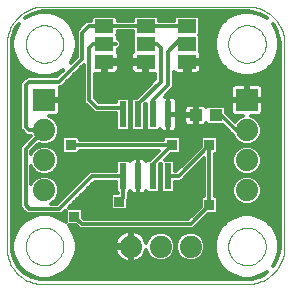
<source format=gbl>
G75*
G70*
%OFA0B0*%
%FSLAX24Y24*%
%IPPOS*%
%LPD*%
%AMOC8*
5,1,8,0,0,1.08239X$1,22.5*
%
%ADD10C,0.0000*%
%ADD11R,0.0740X0.0740*%
%ADD12C,0.0740*%
%ADD13R,0.0240X0.0870*%
%ADD14R,0.0433X0.0394*%
%ADD15R,0.0630X0.0460*%
%ADD16C,0.0120*%
%ADD17R,0.0356X0.0356*%
D10*
X000536Y001785D02*
X000534Y001719D01*
X000536Y001653D01*
X000542Y001587D01*
X000551Y001521D01*
X000564Y001456D01*
X000581Y001391D01*
X000601Y001328D01*
X000625Y001266D01*
X000652Y001206D01*
X000683Y001147D01*
X000717Y001089D01*
X000754Y001034D01*
X000794Y000981D01*
X000837Y000931D01*
X000882Y000882D01*
X000931Y000837D01*
X000981Y000794D01*
X001034Y000754D01*
X001089Y000717D01*
X001147Y000683D01*
X001206Y000652D01*
X001266Y000625D01*
X001328Y000601D01*
X001391Y000581D01*
X001456Y000564D01*
X001521Y000551D01*
X001587Y000542D01*
X001653Y000536D01*
X001719Y000534D01*
X001785Y000536D01*
X001785Y000535D02*
X008535Y000535D01*
X008603Y000537D01*
X008670Y000542D01*
X008737Y000551D01*
X008804Y000564D01*
X008869Y000581D01*
X008934Y000600D01*
X008998Y000624D01*
X009060Y000651D01*
X009121Y000681D01*
X009179Y000714D01*
X009236Y000750D01*
X009291Y000790D01*
X009344Y000832D01*
X009395Y000878D01*
X009442Y000925D01*
X009488Y000976D01*
X009530Y001029D01*
X009570Y001084D01*
X009606Y001141D01*
X009639Y001199D01*
X009669Y001260D01*
X009696Y001322D01*
X009720Y001386D01*
X009739Y001451D01*
X009756Y001516D01*
X009769Y001583D01*
X009778Y001650D01*
X009783Y001717D01*
X009785Y001785D01*
X009785Y008535D01*
X009783Y008603D01*
X009778Y008670D01*
X009769Y008737D01*
X009756Y008804D01*
X009739Y008869D01*
X009720Y008934D01*
X009696Y008998D01*
X009669Y009060D01*
X009639Y009121D01*
X009606Y009179D01*
X009570Y009236D01*
X009530Y009291D01*
X009488Y009344D01*
X009442Y009395D01*
X009395Y009442D01*
X009344Y009488D01*
X009291Y009530D01*
X009236Y009570D01*
X009179Y009606D01*
X009121Y009639D01*
X009060Y009669D01*
X008998Y009696D01*
X008934Y009720D01*
X008869Y009739D01*
X008804Y009756D01*
X008737Y009769D01*
X008670Y009778D01*
X008603Y009783D01*
X008535Y009785D01*
X001785Y009785D01*
X001160Y008535D02*
X001162Y008585D01*
X001168Y008634D01*
X001178Y008683D01*
X001191Y008730D01*
X001209Y008777D01*
X001230Y008822D01*
X001254Y008865D01*
X001282Y008906D01*
X001313Y008945D01*
X001347Y008981D01*
X001384Y009015D01*
X001424Y009045D01*
X001465Y009072D01*
X001509Y009096D01*
X001554Y009116D01*
X001601Y009132D01*
X001649Y009145D01*
X001698Y009154D01*
X001748Y009159D01*
X001797Y009160D01*
X001847Y009157D01*
X001896Y009150D01*
X001945Y009139D01*
X001992Y009125D01*
X002038Y009106D01*
X002083Y009084D01*
X002126Y009059D01*
X002166Y009030D01*
X002204Y008998D01*
X002240Y008964D01*
X002273Y008926D01*
X002302Y008886D01*
X002328Y008844D01*
X002351Y008800D01*
X002370Y008754D01*
X002386Y008707D01*
X002398Y008658D01*
X002406Y008609D01*
X002410Y008560D01*
X002410Y008510D01*
X002406Y008461D01*
X002398Y008412D01*
X002386Y008363D01*
X002370Y008316D01*
X002351Y008270D01*
X002328Y008226D01*
X002302Y008184D01*
X002273Y008144D01*
X002240Y008106D01*
X002204Y008072D01*
X002166Y008040D01*
X002126Y008011D01*
X002083Y007986D01*
X002038Y007964D01*
X001992Y007945D01*
X001945Y007931D01*
X001896Y007920D01*
X001847Y007913D01*
X001797Y007910D01*
X001748Y007911D01*
X001698Y007916D01*
X001649Y007925D01*
X001601Y007938D01*
X001554Y007954D01*
X001509Y007974D01*
X001465Y007998D01*
X001424Y008025D01*
X001384Y008055D01*
X001347Y008089D01*
X001313Y008125D01*
X001282Y008164D01*
X001254Y008205D01*
X001230Y008248D01*
X001209Y008293D01*
X001191Y008340D01*
X001178Y008387D01*
X001168Y008436D01*
X001162Y008485D01*
X001160Y008535D01*
X000535Y008535D02*
X000535Y001785D01*
X001160Y001785D02*
X001162Y001835D01*
X001168Y001884D01*
X001178Y001933D01*
X001191Y001980D01*
X001209Y002027D01*
X001230Y002072D01*
X001254Y002115D01*
X001282Y002156D01*
X001313Y002195D01*
X001347Y002231D01*
X001384Y002265D01*
X001424Y002295D01*
X001465Y002322D01*
X001509Y002346D01*
X001554Y002366D01*
X001601Y002382D01*
X001649Y002395D01*
X001698Y002404D01*
X001748Y002409D01*
X001797Y002410D01*
X001847Y002407D01*
X001896Y002400D01*
X001945Y002389D01*
X001992Y002375D01*
X002038Y002356D01*
X002083Y002334D01*
X002126Y002309D01*
X002166Y002280D01*
X002204Y002248D01*
X002240Y002214D01*
X002273Y002176D01*
X002302Y002136D01*
X002328Y002094D01*
X002351Y002050D01*
X002370Y002004D01*
X002386Y001957D01*
X002398Y001908D01*
X002406Y001859D01*
X002410Y001810D01*
X002410Y001760D01*
X002406Y001711D01*
X002398Y001662D01*
X002386Y001613D01*
X002370Y001566D01*
X002351Y001520D01*
X002328Y001476D01*
X002302Y001434D01*
X002273Y001394D01*
X002240Y001356D01*
X002204Y001322D01*
X002166Y001290D01*
X002126Y001261D01*
X002083Y001236D01*
X002038Y001214D01*
X001992Y001195D01*
X001945Y001181D01*
X001896Y001170D01*
X001847Y001163D01*
X001797Y001160D01*
X001748Y001161D01*
X001698Y001166D01*
X001649Y001175D01*
X001601Y001188D01*
X001554Y001204D01*
X001509Y001224D01*
X001465Y001248D01*
X001424Y001275D01*
X001384Y001305D01*
X001347Y001339D01*
X001313Y001375D01*
X001282Y001414D01*
X001254Y001455D01*
X001230Y001498D01*
X001209Y001543D01*
X001191Y001590D01*
X001178Y001637D01*
X001168Y001686D01*
X001162Y001735D01*
X001160Y001785D01*
X000535Y008535D02*
X000537Y008603D01*
X000542Y008670D01*
X000551Y008737D01*
X000564Y008804D01*
X000581Y008869D01*
X000600Y008934D01*
X000624Y008998D01*
X000651Y009060D01*
X000681Y009121D01*
X000714Y009179D01*
X000750Y009236D01*
X000790Y009291D01*
X000832Y009344D01*
X000878Y009395D01*
X000925Y009442D01*
X000976Y009488D01*
X001029Y009530D01*
X001084Y009570D01*
X001141Y009606D01*
X001199Y009639D01*
X001260Y009669D01*
X001322Y009696D01*
X001386Y009720D01*
X001451Y009739D01*
X001516Y009756D01*
X001583Y009769D01*
X001650Y009778D01*
X001717Y009783D01*
X001785Y009785D01*
X007910Y008535D02*
X007912Y008585D01*
X007918Y008634D01*
X007928Y008683D01*
X007941Y008730D01*
X007959Y008777D01*
X007980Y008822D01*
X008004Y008865D01*
X008032Y008906D01*
X008063Y008945D01*
X008097Y008981D01*
X008134Y009015D01*
X008174Y009045D01*
X008215Y009072D01*
X008259Y009096D01*
X008304Y009116D01*
X008351Y009132D01*
X008399Y009145D01*
X008448Y009154D01*
X008498Y009159D01*
X008547Y009160D01*
X008597Y009157D01*
X008646Y009150D01*
X008695Y009139D01*
X008742Y009125D01*
X008788Y009106D01*
X008833Y009084D01*
X008876Y009059D01*
X008916Y009030D01*
X008954Y008998D01*
X008990Y008964D01*
X009023Y008926D01*
X009052Y008886D01*
X009078Y008844D01*
X009101Y008800D01*
X009120Y008754D01*
X009136Y008707D01*
X009148Y008658D01*
X009156Y008609D01*
X009160Y008560D01*
X009160Y008510D01*
X009156Y008461D01*
X009148Y008412D01*
X009136Y008363D01*
X009120Y008316D01*
X009101Y008270D01*
X009078Y008226D01*
X009052Y008184D01*
X009023Y008144D01*
X008990Y008106D01*
X008954Y008072D01*
X008916Y008040D01*
X008876Y008011D01*
X008833Y007986D01*
X008788Y007964D01*
X008742Y007945D01*
X008695Y007931D01*
X008646Y007920D01*
X008597Y007913D01*
X008547Y007910D01*
X008498Y007911D01*
X008448Y007916D01*
X008399Y007925D01*
X008351Y007938D01*
X008304Y007954D01*
X008259Y007974D01*
X008215Y007998D01*
X008174Y008025D01*
X008134Y008055D01*
X008097Y008089D01*
X008063Y008125D01*
X008032Y008164D01*
X008004Y008205D01*
X007980Y008248D01*
X007959Y008293D01*
X007941Y008340D01*
X007928Y008387D01*
X007918Y008436D01*
X007912Y008485D01*
X007910Y008535D01*
X007910Y001785D02*
X007912Y001835D01*
X007918Y001884D01*
X007928Y001933D01*
X007941Y001980D01*
X007959Y002027D01*
X007980Y002072D01*
X008004Y002115D01*
X008032Y002156D01*
X008063Y002195D01*
X008097Y002231D01*
X008134Y002265D01*
X008174Y002295D01*
X008215Y002322D01*
X008259Y002346D01*
X008304Y002366D01*
X008351Y002382D01*
X008399Y002395D01*
X008448Y002404D01*
X008498Y002409D01*
X008547Y002410D01*
X008597Y002407D01*
X008646Y002400D01*
X008695Y002389D01*
X008742Y002375D01*
X008788Y002356D01*
X008833Y002334D01*
X008876Y002309D01*
X008916Y002280D01*
X008954Y002248D01*
X008990Y002214D01*
X009023Y002176D01*
X009052Y002136D01*
X009078Y002094D01*
X009101Y002050D01*
X009120Y002004D01*
X009136Y001957D01*
X009148Y001908D01*
X009156Y001859D01*
X009160Y001810D01*
X009160Y001760D01*
X009156Y001711D01*
X009148Y001662D01*
X009136Y001613D01*
X009120Y001566D01*
X009101Y001520D01*
X009078Y001476D01*
X009052Y001434D01*
X009023Y001394D01*
X008990Y001356D01*
X008954Y001322D01*
X008916Y001290D01*
X008876Y001261D01*
X008833Y001236D01*
X008788Y001214D01*
X008742Y001195D01*
X008695Y001181D01*
X008646Y001170D01*
X008597Y001163D01*
X008547Y001160D01*
X008498Y001161D01*
X008448Y001166D01*
X008399Y001175D01*
X008351Y001188D01*
X008304Y001204D01*
X008259Y001224D01*
X008215Y001248D01*
X008174Y001275D01*
X008134Y001305D01*
X008097Y001339D01*
X008063Y001375D01*
X008032Y001414D01*
X008004Y001455D01*
X007980Y001498D01*
X007959Y001543D01*
X007941Y001590D01*
X007928Y001637D01*
X007918Y001686D01*
X007912Y001735D01*
X007910Y001785D01*
D11*
X008535Y006660D03*
X001785Y006660D03*
D12*
X001785Y005660D03*
X001785Y004660D03*
X001785Y003660D03*
X004660Y001785D03*
X005660Y001785D03*
X006660Y001785D03*
X008535Y003660D03*
X008535Y004660D03*
X008535Y005660D03*
D13*
X005910Y006190D03*
X005410Y006190D03*
X004910Y006190D03*
X004410Y006190D03*
X004410Y004130D03*
X004910Y004130D03*
X005410Y004130D03*
X005910Y004130D03*
D14*
X006825Y006160D03*
X007495Y006160D03*
D15*
X006535Y007935D03*
X006535Y008535D03*
X006535Y009135D03*
X005160Y009135D03*
X005160Y008535D03*
X005160Y007935D03*
X003785Y007935D03*
X003785Y008535D03*
X003785Y009135D03*
D16*
X001051Y001009D02*
X000995Y001009D01*
X000901Y001103D02*
X000762Y001354D01*
X000697Y001633D01*
X000695Y001764D01*
X000695Y001781D01*
X000698Y001843D01*
X000695Y001846D01*
X000695Y008535D01*
X000708Y008706D01*
X000814Y009030D01*
X000930Y009190D01*
X000790Y008947D01*
X000717Y008676D01*
X000717Y008394D01*
X000790Y008123D01*
X000931Y007879D01*
X001129Y007681D01*
X001373Y007540D01*
X001644Y007467D01*
X001926Y007467D01*
X002197Y007540D01*
X002406Y007661D01*
X002210Y007465D01*
X001210Y007465D01*
X001105Y007360D01*
X000980Y007235D01*
X000980Y005710D01*
X001085Y005605D01*
X001105Y005585D01*
X001210Y005480D01*
X001329Y005480D01*
X001335Y005465D01*
X000980Y005110D01*
X000980Y003085D01*
X001085Y002980D01*
X001210Y002855D01*
X002360Y002855D01*
X002465Y002960D01*
X002487Y002982D01*
X002487Y002593D01*
X002441Y002639D01*
X002197Y002780D01*
X001926Y002853D01*
X001644Y002853D01*
X001373Y002780D01*
X001129Y002639D01*
X000931Y002441D01*
X000790Y002197D01*
X000717Y001926D01*
X000717Y001644D01*
X000790Y001373D01*
X000931Y001129D01*
X001129Y000931D01*
X001373Y000790D01*
X001644Y000717D01*
X001926Y000717D01*
X002197Y000790D01*
X002441Y000931D01*
X002639Y001129D01*
X002780Y001373D01*
X002853Y001644D01*
X002853Y001926D01*
X002780Y002197D01*
X002639Y002441D01*
X002593Y002487D01*
X002829Y002487D01*
X002855Y002460D01*
X002960Y002355D01*
X006735Y002355D01*
X007241Y002862D01*
X007513Y002862D01*
X007583Y002932D01*
X007583Y003388D01*
X007513Y003458D01*
X007465Y003458D01*
X007465Y004862D01*
X007513Y004862D01*
X007583Y004932D01*
X007583Y005388D01*
X007513Y005458D01*
X007057Y005458D01*
X006987Y005388D01*
X006987Y005116D01*
X006180Y004310D01*
X006150Y004310D01*
X006150Y004615D01*
X006080Y004685D01*
X005815Y004685D01*
X005991Y004862D01*
X006263Y004862D01*
X006333Y004932D01*
X006333Y005388D01*
X006263Y005458D01*
X005807Y005458D01*
X005737Y005388D01*
X005737Y005340D01*
X002958Y005340D01*
X002958Y005388D01*
X002888Y005458D01*
X002432Y005458D01*
X002362Y005388D01*
X002362Y004932D01*
X002432Y004862D01*
X002888Y004862D01*
X002958Y004932D01*
X002958Y004980D01*
X005600Y004980D01*
X005305Y004685D01*
X005240Y004685D01*
X005180Y004624D01*
X005179Y004627D01*
X005158Y004663D01*
X005128Y004693D01*
X005092Y004714D01*
X005051Y004725D01*
X004910Y004725D01*
X004910Y004130D01*
X004910Y003410D01*
X005160Y003160D01*
X006035Y003160D01*
X006160Y003035D01*
X006585Y002715D02*
X003110Y002715D01*
X003083Y002741D01*
X003083Y003013D01*
X003013Y003083D01*
X002588Y003083D01*
X003455Y003950D01*
X004170Y003950D01*
X004170Y003645D01*
X004230Y003585D01*
X004230Y003583D01*
X004057Y003583D01*
X003987Y003513D01*
X003987Y003057D01*
X004057Y002987D01*
X004513Y002987D01*
X004583Y003057D01*
X004583Y003329D01*
X004590Y003335D01*
X004590Y003585D01*
X004640Y003636D01*
X004641Y003633D01*
X004662Y003597D01*
X004692Y003567D01*
X004728Y003546D01*
X004769Y003535D01*
X004910Y003535D01*
X005051Y003535D01*
X005092Y003546D01*
X005128Y003567D01*
X005158Y003597D01*
X005179Y003633D01*
X005180Y003636D01*
X005240Y003575D01*
X005580Y003575D01*
X005650Y003645D01*
X005650Y004520D01*
X005670Y004540D01*
X005670Y003645D01*
X005740Y003575D01*
X006080Y003575D01*
X006150Y003645D01*
X006150Y003950D01*
X006330Y003950D01*
X007105Y004725D01*
X007105Y003458D01*
X007057Y003458D01*
X006987Y003388D01*
X006987Y003116D01*
X006585Y002715D01*
X006657Y002787D02*
X003083Y002787D01*
X003083Y002905D02*
X006775Y002905D01*
X006894Y003024D02*
X004549Y003024D01*
X004583Y003142D02*
X006987Y003142D01*
X006987Y003261D02*
X004583Y003261D01*
X004590Y003379D02*
X006987Y003379D01*
X007105Y003498D02*
X004590Y003498D01*
X004621Y003616D02*
X004651Y003616D01*
X004910Y003616D02*
X004910Y003616D01*
X004910Y003535D02*
X004910Y004130D01*
X004910Y004130D01*
X004910Y004725D01*
X004769Y004725D01*
X004728Y004714D01*
X004692Y004693D01*
X004662Y004663D01*
X004641Y004627D01*
X004640Y004624D01*
X004580Y004685D01*
X004240Y004685D01*
X004170Y004615D01*
X004170Y004310D01*
X003305Y004310D01*
X002210Y003215D01*
X001991Y003215D01*
X002063Y003245D01*
X002200Y003382D01*
X002275Y003563D01*
X002275Y003757D01*
X002200Y003938D01*
X002063Y004075D01*
X001882Y004150D01*
X001688Y004150D01*
X001507Y004075D01*
X001370Y003938D01*
X001340Y003866D01*
X001340Y004454D01*
X001370Y004382D01*
X001507Y004245D01*
X001688Y004170D01*
X001882Y004170D01*
X002063Y004245D01*
X002200Y004382D01*
X002275Y004563D01*
X002275Y004757D01*
X002200Y004938D01*
X002063Y005075D01*
X001882Y005150D01*
X001688Y005150D01*
X001507Y005075D01*
X001370Y004938D01*
X001340Y004866D01*
X001340Y004960D01*
X001590Y005210D01*
X001688Y005170D01*
X001882Y005170D01*
X002063Y005245D01*
X002200Y005382D01*
X002275Y005563D01*
X002275Y005757D01*
X002200Y005938D01*
X002063Y006075D01*
X001931Y006130D01*
X002176Y006130D01*
X002217Y006141D01*
X002253Y006162D01*
X002283Y006192D01*
X002304Y006228D01*
X002315Y006269D01*
X002315Y006620D01*
X001825Y006620D01*
X001825Y006700D01*
X002315Y006700D01*
X002315Y007051D01*
X002304Y007092D01*
X002296Y007105D01*
X002360Y007105D01*
X003105Y007850D01*
X003105Y006585D01*
X003355Y006335D01*
X003460Y006230D01*
X004170Y006230D01*
X004170Y005705D01*
X004240Y005635D01*
X004580Y005635D01*
X004650Y005705D01*
X004650Y006675D01*
X004580Y006745D01*
X004240Y006745D01*
X004170Y006675D01*
X004170Y006590D01*
X003610Y006590D01*
X003465Y006735D01*
X003465Y007545D01*
X003730Y007545D01*
X003730Y007880D01*
X003840Y007880D01*
X003840Y007990D01*
X004260Y007990D01*
X004260Y008186D01*
X004249Y008227D01*
X004228Y008263D01*
X004220Y008271D01*
X004220Y008355D01*
X004235Y008355D01*
X004340Y008460D01*
X004340Y008610D01*
X004235Y008715D01*
X004220Y008715D01*
X004220Y008815D01*
X004200Y008835D01*
X004220Y008855D01*
X004220Y008955D01*
X004725Y008955D01*
X004725Y008855D01*
X004745Y008835D01*
X004725Y008815D01*
X004725Y008271D01*
X004717Y008263D01*
X004696Y008227D01*
X004685Y008186D01*
X004685Y007990D01*
X005105Y007990D01*
X005105Y007880D01*
X005215Y007880D01*
X005215Y007545D01*
X005480Y007545D01*
X005480Y007360D01*
X004865Y006745D01*
X004740Y006745D01*
X004670Y006675D01*
X004670Y005705D01*
X004740Y005635D01*
X005080Y005635D01*
X005150Y005705D01*
X005150Y006520D01*
X005170Y006540D01*
X005170Y005705D01*
X005240Y005635D01*
X005580Y005635D01*
X005640Y005696D01*
X005641Y005693D01*
X005662Y005657D01*
X005692Y005627D01*
X005728Y005606D01*
X005769Y005595D01*
X005910Y005595D01*
X006051Y005595D01*
X006092Y005606D01*
X006128Y005627D01*
X006158Y005657D01*
X006179Y005693D01*
X006190Y005734D01*
X006190Y006190D01*
X006190Y006646D01*
X006179Y006687D01*
X006158Y006723D01*
X006128Y006753D01*
X006092Y006774D01*
X006051Y006785D01*
X005910Y006785D01*
X005910Y006190D01*
X005940Y006160D01*
X006825Y006160D01*
X006787Y006198D02*
X006787Y006122D01*
X006449Y006122D01*
X006449Y005942D01*
X006460Y005901D01*
X006481Y005865D01*
X006511Y005835D01*
X006547Y005814D01*
X006588Y005803D01*
X006787Y005803D01*
X006787Y006122D01*
X006864Y006122D01*
X006864Y005803D01*
X007063Y005803D01*
X007104Y005814D01*
X007140Y005835D01*
X007170Y005865D01*
X007183Y005888D01*
X007228Y005843D01*
X007722Y005843D01*
X007980Y005585D01*
X008075Y005491D01*
X008120Y005382D01*
X008257Y005245D01*
X008438Y005170D01*
X008632Y005170D01*
X008813Y005245D01*
X008950Y005382D01*
X009025Y005563D01*
X009025Y005757D01*
X008950Y005938D01*
X008813Y006075D01*
X008681Y006130D01*
X008926Y006130D01*
X008967Y006141D01*
X009003Y006162D01*
X009033Y006192D01*
X009054Y006228D01*
X009065Y006269D01*
X009065Y006620D01*
X008575Y006620D01*
X008575Y006700D01*
X008495Y006700D01*
X008495Y007190D01*
X008144Y007190D01*
X008103Y007179D01*
X008067Y007158D01*
X008037Y007128D01*
X008016Y007092D01*
X008005Y007051D01*
X008005Y006700D01*
X008495Y006700D01*
X008495Y006620D01*
X008005Y006620D01*
X008005Y006269D01*
X008016Y006228D01*
X008037Y006192D01*
X008067Y006162D01*
X008103Y006141D01*
X008144Y006130D01*
X008389Y006130D01*
X008257Y006075D01*
X008128Y005946D01*
X007831Y006243D01*
X007831Y006407D01*
X007761Y006477D01*
X007228Y006477D01*
X007183Y006432D01*
X007170Y006455D01*
X007140Y006485D01*
X007104Y006506D01*
X007063Y006517D01*
X006864Y006517D01*
X006864Y006198D01*
X006787Y006198D01*
X006449Y006198D01*
X006449Y006378D01*
X006460Y006419D01*
X006481Y006455D01*
X006511Y006485D01*
X006547Y006506D01*
X006588Y006517D01*
X006787Y006517D01*
X006787Y006198D01*
X006787Y006223D02*
X006864Y006223D01*
X006864Y006105D02*
X006787Y006105D01*
X006787Y005986D02*
X006864Y005986D01*
X006864Y005868D02*
X006787Y005868D01*
X006479Y005868D02*
X006190Y005868D01*
X006190Y005749D02*
X007816Y005749D01*
X007935Y005631D02*
X006132Y005631D01*
X005910Y005631D02*
X005910Y005631D01*
X005910Y005595D02*
X005910Y006190D01*
X006190Y006190D01*
X005910Y006190D01*
X005910Y006190D01*
X005910Y006190D01*
X005910Y006190D01*
X005910Y006785D01*
X005790Y006785D01*
X005985Y006980D01*
X006090Y007085D01*
X006090Y007610D01*
X006092Y007607D01*
X006122Y007577D01*
X006158Y007556D01*
X006199Y007545D01*
X006480Y007545D01*
X006480Y007880D01*
X006590Y007880D01*
X006590Y007990D01*
X007010Y007990D01*
X007010Y008186D01*
X006999Y008227D01*
X006978Y008263D01*
X006970Y008271D01*
X006970Y008815D01*
X006950Y008835D01*
X006970Y008855D01*
X006970Y009415D01*
X006900Y009485D01*
X006170Y009485D01*
X006100Y009415D01*
X006100Y009315D01*
X005595Y009315D01*
X005595Y009415D01*
X005525Y009485D01*
X004795Y009485D01*
X004725Y009415D01*
X004725Y009315D01*
X004220Y009315D01*
X004220Y009415D01*
X004150Y009485D01*
X003420Y009485D01*
X003350Y009415D01*
X003350Y009315D01*
X003185Y009315D01*
X003080Y009210D01*
X003080Y009210D01*
X002960Y009090D01*
X002855Y008985D01*
X002855Y008110D01*
X002659Y007914D01*
X002780Y008123D01*
X002853Y008394D01*
X002853Y008676D01*
X002780Y008947D01*
X002639Y009191D01*
X002441Y009389D01*
X002197Y009530D01*
X001926Y009603D01*
X001644Y009603D01*
X001373Y009530D01*
X001130Y009390D01*
X001290Y009506D01*
X001614Y009612D01*
X001785Y009625D01*
X008535Y009625D01*
X008706Y009612D01*
X009030Y009506D01*
X009190Y009390D01*
X008947Y009530D01*
X008676Y009603D01*
X008394Y009603D01*
X008123Y009530D01*
X007879Y009389D01*
X007681Y009191D01*
X007540Y008947D01*
X007467Y008676D01*
X007467Y008394D01*
X007540Y008123D01*
X007681Y007879D01*
X007879Y007681D01*
X008123Y007540D01*
X008394Y007467D01*
X008676Y007467D01*
X008947Y007540D01*
X009191Y007681D01*
X009389Y007879D01*
X009530Y008123D01*
X009603Y008394D01*
X009603Y008676D01*
X009530Y008947D01*
X009390Y009190D01*
X009506Y009030D01*
X009612Y008706D01*
X009625Y008535D01*
X009625Y001785D01*
X009612Y001614D01*
X009506Y001290D01*
X009390Y001130D01*
X009530Y001373D01*
X009603Y001644D01*
X009603Y001926D01*
X009530Y002197D01*
X009389Y002441D01*
X009191Y002639D01*
X008947Y002780D01*
X008676Y002853D01*
X008394Y002853D01*
X008123Y002780D01*
X007879Y002639D01*
X007681Y002441D01*
X007540Y002197D01*
X007467Y001926D01*
X007467Y001644D01*
X007540Y001373D01*
X007681Y001129D01*
X007879Y000931D01*
X008123Y000790D01*
X008394Y000717D01*
X008676Y000717D01*
X008947Y000790D01*
X009190Y000930D01*
X009030Y000814D01*
X008706Y000708D01*
X008535Y000695D01*
X001846Y000695D01*
X001843Y000698D01*
X001781Y000695D01*
X001764Y000695D01*
X001633Y000697D01*
X001354Y000762D01*
X001103Y000901D01*
X000901Y001103D01*
X000887Y001128D02*
X000932Y001128D01*
X000863Y001246D02*
X000821Y001246D01*
X000795Y001365D02*
X000759Y001365D01*
X000760Y001483D02*
X000732Y001483D01*
X000729Y001602D02*
X000705Y001602D01*
X000696Y001720D02*
X000717Y001720D01*
X000717Y001839D02*
X000698Y001839D01*
X000695Y001957D02*
X000726Y001957D01*
X000695Y002076D02*
X000757Y002076D01*
X000789Y002194D02*
X000695Y002194D01*
X000695Y002313D02*
X000857Y002313D01*
X000925Y002431D02*
X000695Y002431D01*
X000695Y002550D02*
X001039Y002550D01*
X001179Y002668D02*
X000695Y002668D01*
X000695Y002787D02*
X001397Y002787D01*
X001160Y002905D02*
X000695Y002905D01*
X000695Y003024D02*
X001042Y003024D01*
X000980Y003142D02*
X000695Y003142D01*
X000695Y003261D02*
X000980Y003261D01*
X000980Y003379D02*
X000695Y003379D01*
X000695Y003498D02*
X000980Y003498D01*
X000980Y003616D02*
X000695Y003616D01*
X000695Y003735D02*
X000980Y003735D01*
X000980Y003853D02*
X000695Y003853D01*
X000695Y003972D02*
X000980Y003972D01*
X000980Y004090D02*
X000695Y004090D01*
X000695Y004209D02*
X000980Y004209D01*
X000980Y004327D02*
X000695Y004327D01*
X000695Y004446D02*
X000980Y004446D01*
X000980Y004564D02*
X000695Y004564D01*
X000695Y004683D02*
X000980Y004683D01*
X000980Y004801D02*
X000695Y004801D01*
X000695Y004920D02*
X000980Y004920D01*
X000980Y005038D02*
X000695Y005038D01*
X000695Y005157D02*
X001027Y005157D01*
X001145Y005275D02*
X000695Y005275D01*
X000695Y005394D02*
X001264Y005394D01*
X001178Y005512D02*
X000695Y005512D01*
X000695Y005631D02*
X001060Y005631D01*
X001105Y005585D02*
X001105Y005585D01*
X000980Y005749D02*
X000695Y005749D01*
X000695Y005868D02*
X000980Y005868D01*
X000980Y005986D02*
X000695Y005986D01*
X000695Y006105D02*
X000980Y006105D01*
X000980Y006223D02*
X000695Y006223D01*
X000695Y006342D02*
X000980Y006342D01*
X000980Y006460D02*
X000695Y006460D01*
X000695Y006579D02*
X000980Y006579D01*
X000980Y006697D02*
X000695Y006697D01*
X000695Y006816D02*
X000980Y006816D01*
X000980Y006934D02*
X000695Y006934D01*
X000695Y007053D02*
X000980Y007053D01*
X000980Y007171D02*
X000695Y007171D01*
X000695Y007290D02*
X001035Y007290D01*
X001153Y007408D02*
X000695Y007408D01*
X000695Y007527D02*
X001423Y007527D01*
X001191Y007645D02*
X000695Y007645D01*
X000695Y007764D02*
X001046Y007764D01*
X000929Y007882D02*
X000695Y007882D01*
X000695Y008001D02*
X000861Y008001D01*
X000792Y008119D02*
X000695Y008119D01*
X000695Y008238D02*
X000759Y008238D01*
X000728Y008356D02*
X000695Y008356D01*
X000695Y008475D02*
X000717Y008475D01*
X000717Y008593D02*
X000700Y008593D01*
X000710Y008712D02*
X000727Y008712D01*
X000749Y008830D02*
X000759Y008830D01*
X000787Y008949D02*
X000791Y008949D01*
X000841Y009067D02*
X000859Y009067D01*
X000927Y009186D02*
X000928Y009186D01*
X001175Y009423D02*
X001187Y009423D01*
X001397Y009541D02*
X001414Y009541D01*
X002156Y009541D02*
X008164Y009541D01*
X007937Y009423D02*
X006962Y009423D01*
X006970Y009304D02*
X007794Y009304D01*
X007678Y009186D02*
X006970Y009186D01*
X006970Y009067D02*
X007609Y009067D01*
X007541Y008949D02*
X006970Y008949D01*
X006955Y008830D02*
X007509Y008830D01*
X007477Y008712D02*
X006970Y008712D01*
X006970Y008593D02*
X007467Y008593D01*
X007467Y008475D02*
X006970Y008475D01*
X006970Y008356D02*
X007478Y008356D01*
X007509Y008238D02*
X006993Y008238D01*
X007010Y008119D02*
X007542Y008119D01*
X007611Y008001D02*
X007010Y008001D01*
X007010Y007880D02*
X006590Y007880D01*
X006590Y007545D01*
X006871Y007545D01*
X006912Y007556D01*
X006948Y007577D01*
X006978Y007607D01*
X006999Y007643D01*
X007010Y007684D01*
X007010Y007880D01*
X007010Y007764D02*
X007796Y007764D01*
X007679Y007882D02*
X006590Y007882D01*
X006535Y007935D02*
X006660Y007535D01*
X007035Y007160D01*
X007000Y007645D02*
X007941Y007645D01*
X008173Y007527D02*
X006090Y007527D01*
X006090Y007408D02*
X009625Y007408D01*
X009625Y007290D02*
X006090Y007290D01*
X006090Y007171D02*
X008089Y007171D01*
X008005Y007053D02*
X006057Y007053D01*
X005939Y006934D02*
X008005Y006934D01*
X008005Y006816D02*
X005820Y006816D01*
X005910Y006697D02*
X005910Y006697D01*
X005910Y006579D02*
X005910Y006579D01*
X005910Y006460D02*
X005910Y006460D01*
X005910Y006342D02*
X005910Y006342D01*
X005910Y006223D02*
X005910Y006223D01*
X005910Y006190D02*
X005910Y005595D01*
X005910Y005749D02*
X005910Y005749D01*
X005910Y005868D02*
X005910Y005868D01*
X005910Y005986D02*
X005910Y005986D01*
X005910Y006105D02*
X005910Y006105D01*
X006190Y006105D02*
X006449Y006105D01*
X006449Y006223D02*
X006190Y006223D01*
X006190Y006342D02*
X006449Y006342D01*
X006486Y006460D02*
X006190Y006460D01*
X006190Y006579D02*
X008005Y006579D01*
X008005Y006460D02*
X007778Y006460D01*
X007831Y006342D02*
X008005Y006342D01*
X008019Y006223D02*
X007852Y006223D01*
X007970Y006105D02*
X008328Y006105D01*
X008168Y005986D02*
X008089Y005986D01*
X008160Y005660D02*
X008535Y005660D01*
X008160Y005660D02*
X007660Y006160D01*
X007495Y006160D01*
X007535Y006200D01*
X007212Y006460D02*
X007165Y006460D01*
X006864Y006460D02*
X006787Y006460D01*
X006787Y006342D02*
X006864Y006342D01*
X006449Y005986D02*
X006190Y005986D01*
X005688Y005631D02*
X002275Y005631D01*
X002275Y005749D02*
X004170Y005749D01*
X004170Y005868D02*
X002229Y005868D01*
X002152Y005986D02*
X004170Y005986D01*
X004170Y006105D02*
X001992Y006105D01*
X002301Y006223D02*
X004170Y006223D01*
X004410Y006190D02*
X004410Y006410D01*
X003535Y006410D01*
X003285Y006660D01*
X003285Y008410D01*
X003410Y008535D01*
X003785Y008535D01*
X004160Y008535D01*
X004340Y008593D02*
X004725Y008593D01*
X004725Y008475D02*
X004340Y008475D01*
X004236Y008356D02*
X004725Y008356D01*
X004702Y008238D02*
X004243Y008238D01*
X004260Y008119D02*
X004685Y008119D01*
X004685Y008001D02*
X004260Y008001D01*
X004260Y007880D02*
X003840Y007880D01*
X003840Y007545D01*
X004121Y007545D01*
X004162Y007556D01*
X004198Y007577D01*
X004228Y007607D01*
X004249Y007643D01*
X004260Y007684D01*
X004260Y007880D01*
X004260Y007764D02*
X004685Y007764D01*
X004685Y007684D02*
X004696Y007643D01*
X004717Y007607D01*
X004747Y007577D01*
X004783Y007556D01*
X004824Y007545D01*
X005105Y007545D01*
X005105Y007880D01*
X004685Y007880D01*
X004685Y007684D01*
X004695Y007645D02*
X004250Y007645D01*
X004098Y007348D02*
X003910Y007160D01*
X004098Y007348D02*
X003785Y007660D01*
X003785Y007935D01*
X003840Y007882D02*
X005105Y007882D01*
X005160Y007935D02*
X005160Y007535D01*
X004910Y007285D01*
X004160Y007285D01*
X004098Y007348D01*
X003840Y007645D02*
X003730Y007645D01*
X003730Y007764D02*
X003840Y007764D01*
X003465Y007527D02*
X005480Y007527D01*
X005480Y007408D02*
X003465Y007408D01*
X003465Y007290D02*
X005410Y007290D01*
X005291Y007171D02*
X003465Y007171D01*
X003465Y007053D02*
X005173Y007053D01*
X005054Y006934D02*
X003465Y006934D01*
X003465Y006816D02*
X004936Y006816D01*
X004692Y006697D02*
X004628Y006697D01*
X004650Y006579D02*
X004670Y006579D01*
X004670Y006460D02*
X004650Y006460D01*
X004650Y006342D02*
X004670Y006342D01*
X004670Y006223D02*
X004650Y006223D01*
X004650Y006105D02*
X004670Y006105D01*
X004670Y005986D02*
X004650Y005986D01*
X004650Y005868D02*
X004670Y005868D01*
X004670Y005749D02*
X004650Y005749D01*
X005150Y005749D02*
X005170Y005749D01*
X005170Y005868D02*
X005150Y005868D01*
X005150Y005986D02*
X005170Y005986D01*
X005170Y006105D02*
X005150Y006105D01*
X005150Y006223D02*
X005170Y006223D01*
X005170Y006342D02*
X005150Y006342D01*
X005150Y006460D02*
X005170Y006460D01*
X005410Y006660D02*
X005910Y007160D01*
X005910Y008285D01*
X006285Y008660D01*
X006535Y008660D01*
X006535Y008535D01*
X006535Y009135D02*
X005185Y009135D01*
X005160Y009135D01*
X003785Y009135D01*
X003260Y009135D01*
X003035Y008910D01*
X003035Y008035D01*
X002285Y007285D01*
X001285Y007285D01*
X001160Y007160D01*
X001160Y005785D01*
X001285Y005660D01*
X001785Y005660D01*
X001160Y005035D01*
X001160Y003160D01*
X001285Y003035D01*
X002285Y003035D01*
X003380Y004130D01*
X004410Y004130D01*
X004410Y003410D01*
X004285Y003285D01*
X003987Y003261D02*
X002765Y003261D01*
X002884Y003379D02*
X003987Y003379D01*
X003987Y003498D02*
X003002Y003498D01*
X003121Y003616D02*
X004199Y003616D01*
X004170Y003735D02*
X003239Y003735D01*
X003358Y003853D02*
X004170Y003853D01*
X004170Y004327D02*
X002145Y004327D01*
X001975Y004209D02*
X003204Y004209D01*
X003085Y004090D02*
X002027Y004090D01*
X002166Y003972D02*
X002967Y003972D01*
X002848Y003853D02*
X002235Y003853D01*
X002275Y003735D02*
X002730Y003735D01*
X002611Y003616D02*
X002275Y003616D01*
X002248Y003498D02*
X002493Y003498D01*
X002374Y003379D02*
X002197Y003379D01*
X002256Y003261D02*
X002078Y003261D01*
X002410Y002905D02*
X002487Y002905D01*
X002487Y002787D02*
X002173Y002787D01*
X002391Y002668D02*
X002487Y002668D01*
X002645Y002431D02*
X002884Y002431D01*
X002713Y002313D02*
X004603Y002313D01*
X004618Y002315D02*
X004536Y002302D01*
X004457Y002276D01*
X004382Y002238D01*
X004315Y002189D01*
X004256Y002130D01*
X004207Y002063D01*
X004169Y001988D01*
X004143Y001909D01*
X004130Y001827D01*
X004130Y001825D01*
X004620Y001825D01*
X004620Y002315D01*
X004618Y002315D01*
X004620Y002313D02*
X004700Y002313D01*
X004700Y002315D02*
X004700Y001825D01*
X004620Y001825D01*
X004620Y001745D01*
X004130Y001745D01*
X004130Y001743D01*
X004143Y001661D01*
X004169Y001582D01*
X004207Y001507D01*
X004256Y001440D01*
X004315Y001381D01*
X004382Y001332D01*
X004457Y001294D01*
X004536Y001268D01*
X004618Y001255D01*
X004620Y001255D01*
X004620Y001745D01*
X004700Y001745D01*
X004700Y001255D01*
X004702Y001255D01*
X004784Y001268D01*
X004863Y001294D01*
X004938Y001332D01*
X005005Y001381D01*
X005064Y001440D01*
X005113Y001507D01*
X005151Y001582D01*
X005177Y001661D01*
X005178Y001668D01*
X005245Y001507D01*
X005382Y001370D01*
X005563Y001295D01*
X005757Y001295D01*
X005938Y001370D01*
X006075Y001507D01*
X006150Y001688D01*
X006150Y001882D01*
X006075Y002063D01*
X005938Y002200D01*
X005757Y002275D01*
X005563Y002275D01*
X005382Y002200D01*
X005245Y002063D01*
X005178Y001902D01*
X005177Y001909D01*
X005151Y001988D01*
X005113Y002063D01*
X005064Y002130D01*
X005005Y002189D01*
X004938Y002238D01*
X004863Y002276D01*
X004784Y002302D01*
X004702Y002315D01*
X004700Y002315D01*
X004717Y002313D02*
X007607Y002313D01*
X007675Y002431D02*
X006811Y002431D01*
X006757Y002275D02*
X006563Y002275D01*
X006382Y002200D01*
X006245Y002063D01*
X006170Y001882D01*
X006170Y001688D01*
X006245Y001507D01*
X006382Y001370D01*
X006563Y001295D01*
X006757Y001295D01*
X006938Y001370D01*
X007075Y001507D01*
X007150Y001688D01*
X007150Y001882D01*
X007075Y002063D01*
X006938Y002200D01*
X006757Y002275D01*
X006944Y002194D02*
X007539Y002194D01*
X007507Y002076D02*
X007062Y002076D01*
X007119Y001957D02*
X007476Y001957D01*
X007467Y001839D02*
X007150Y001839D01*
X007150Y001720D02*
X007467Y001720D01*
X007479Y001602D02*
X007114Y001602D01*
X007051Y001483D02*
X007510Y001483D01*
X007545Y001365D02*
X006925Y001365D01*
X006395Y001365D02*
X005925Y001365D01*
X006051Y001483D02*
X006269Y001483D01*
X006206Y001602D02*
X006114Y001602D01*
X006150Y001720D02*
X006170Y001720D01*
X006170Y001839D02*
X006150Y001839D01*
X006119Y001957D02*
X006201Y001957D01*
X006258Y002076D02*
X006062Y002076D01*
X005944Y002194D02*
X006376Y002194D01*
X006660Y002535D02*
X007285Y003160D01*
X007285Y005160D01*
X006255Y004130D01*
X005910Y004130D01*
X006150Y004327D02*
X006197Y004327D01*
X006150Y004446D02*
X006316Y004446D01*
X006434Y004564D02*
X006150Y004564D01*
X006082Y004683D02*
X006553Y004683D01*
X006671Y004801D02*
X005931Y004801D01*
X005670Y004446D02*
X005650Y004446D01*
X005650Y004327D02*
X005670Y004327D01*
X005670Y004209D02*
X005650Y004209D01*
X005650Y004090D02*
X005670Y004090D01*
X005670Y003972D02*
X005650Y003972D01*
X005650Y003853D02*
X005670Y003853D01*
X005670Y003735D02*
X005650Y003735D01*
X005621Y003616D02*
X005699Y003616D01*
X006121Y003616D02*
X007105Y003616D01*
X007105Y003735D02*
X006150Y003735D01*
X006150Y003853D02*
X007105Y003853D01*
X007105Y003972D02*
X006351Y003972D01*
X006470Y004090D02*
X007105Y004090D01*
X007105Y004209D02*
X006588Y004209D01*
X006707Y004327D02*
X007105Y004327D01*
X007105Y004446D02*
X006825Y004446D01*
X006944Y004564D02*
X007105Y004564D01*
X007105Y004683D02*
X007062Y004683D01*
X006790Y004920D02*
X006320Y004920D01*
X006333Y005038D02*
X006908Y005038D01*
X006987Y005157D02*
X006333Y005157D01*
X006333Y005275D02*
X006987Y005275D01*
X006993Y005394D02*
X006327Y005394D01*
X006035Y005160D02*
X005410Y004535D01*
X005410Y004130D01*
X004910Y004130D02*
X004910Y004130D01*
X004910Y003535D01*
X004910Y003735D02*
X004910Y003735D01*
X004910Y003853D02*
X004910Y003853D01*
X004910Y003972D02*
X004910Y003972D01*
X004910Y004090D02*
X004910Y004090D01*
X004910Y004209D02*
X004910Y004209D01*
X004910Y004327D02*
X004910Y004327D01*
X004910Y004446D02*
X004910Y004446D01*
X004910Y004564D02*
X004910Y004564D01*
X004910Y004683D02*
X004910Y004683D01*
X005139Y004683D02*
X005238Y004683D01*
X005421Y004801D02*
X002257Y004801D01*
X002275Y004683D02*
X004238Y004683D01*
X004170Y004564D02*
X002275Y004564D01*
X002227Y004446D02*
X004170Y004446D01*
X004582Y004683D02*
X004681Y004683D01*
X005540Y004920D02*
X002945Y004920D01*
X002660Y005160D02*
X006035Y005160D01*
X005743Y005394D02*
X002952Y005394D01*
X002375Y004920D02*
X002208Y004920D01*
X002100Y005038D02*
X002362Y005038D01*
X002362Y005157D02*
X001536Y005157D01*
X001470Y005038D02*
X001418Y005038D01*
X001362Y004920D02*
X001340Y004920D01*
X001340Y004446D02*
X001343Y004446D01*
X001340Y004327D02*
X001425Y004327D01*
X001340Y004209D02*
X001595Y004209D01*
X001543Y004090D02*
X001340Y004090D01*
X001340Y003972D02*
X001404Y003972D01*
X002647Y003142D02*
X003987Y003142D01*
X004021Y003024D02*
X003072Y003024D01*
X002785Y002785D02*
X003035Y002535D01*
X006660Y002535D01*
X006929Y002550D02*
X007789Y002550D01*
X007929Y002668D02*
X007048Y002668D01*
X007166Y002787D02*
X008147Y002787D01*
X008257Y003245D02*
X008438Y003170D01*
X008632Y003170D01*
X008813Y003245D01*
X008950Y003382D01*
X009025Y003563D01*
X009025Y003757D01*
X008950Y003938D01*
X008813Y004075D01*
X008632Y004150D01*
X008438Y004150D01*
X008257Y004075D01*
X008120Y003938D01*
X008045Y003757D01*
X008045Y003563D01*
X008120Y003382D01*
X008257Y003245D01*
X008242Y003261D02*
X007583Y003261D01*
X007583Y003379D02*
X008123Y003379D01*
X008072Y003498D02*
X007465Y003498D01*
X007465Y003616D02*
X008045Y003616D01*
X008045Y003735D02*
X007465Y003735D01*
X007465Y003853D02*
X008085Y003853D01*
X008154Y003972D02*
X007465Y003972D01*
X007465Y004090D02*
X008293Y004090D01*
X008345Y004209D02*
X007465Y004209D01*
X007465Y004327D02*
X008175Y004327D01*
X008120Y004382D02*
X008257Y004245D01*
X008438Y004170D01*
X008632Y004170D01*
X008813Y004245D01*
X008950Y004382D01*
X009025Y004563D01*
X009025Y004757D01*
X008950Y004938D01*
X008813Y005075D01*
X008632Y005150D01*
X008438Y005150D01*
X008257Y005075D01*
X008120Y004938D01*
X008045Y004757D01*
X008045Y004563D01*
X008120Y004382D01*
X008093Y004446D02*
X007465Y004446D01*
X007465Y004564D02*
X008045Y004564D01*
X008045Y004683D02*
X007465Y004683D01*
X007465Y004801D02*
X008063Y004801D01*
X008112Y004920D02*
X007570Y004920D01*
X007583Y005038D02*
X008220Y005038D01*
X008227Y005275D02*
X007583Y005275D01*
X007577Y005394D02*
X008115Y005394D01*
X008053Y005512D02*
X002254Y005512D01*
X002205Y005394D02*
X002368Y005394D01*
X002362Y005275D02*
X002093Y005275D01*
X002315Y006342D02*
X003349Y006342D01*
X003230Y006460D02*
X002315Y006460D01*
X002315Y006579D02*
X003112Y006579D01*
X003105Y006697D02*
X001825Y006697D01*
X002315Y006816D02*
X003105Y006816D01*
X003105Y006934D02*
X002315Y006934D01*
X002315Y007053D02*
X003105Y007053D01*
X003105Y007171D02*
X002426Y007171D01*
X002544Y007290D02*
X003105Y007290D01*
X003105Y007408D02*
X002663Y007408D01*
X002781Y007527D02*
X003105Y007527D01*
X003105Y007645D02*
X002900Y007645D01*
X003018Y007764D02*
X003105Y007764D01*
X002855Y008119D02*
X002778Y008119D01*
X002746Y008001D02*
X002709Y008001D01*
X002811Y008238D02*
X002855Y008238D01*
X002842Y008356D02*
X002855Y008356D01*
X002853Y008475D02*
X002855Y008475D01*
X002853Y008593D02*
X002855Y008593D01*
X002843Y008712D02*
X002855Y008712D01*
X002855Y008830D02*
X002811Y008830D01*
X002779Y008949D02*
X002855Y008949D01*
X002937Y009067D02*
X002711Y009067D01*
X002642Y009186D02*
X003056Y009186D01*
X003174Y009304D02*
X002526Y009304D01*
X002383Y009423D02*
X003358Y009423D01*
X004212Y009423D02*
X004733Y009423D01*
X005060Y009135D02*
X005160Y009135D01*
X005185Y009135D02*
X005160Y009160D01*
X005587Y009423D02*
X006108Y009423D01*
X006535Y009135D02*
X006660Y009160D01*
X005660Y008410D02*
X005660Y007285D01*
X004910Y006535D01*
X004910Y006190D01*
X005410Y006190D02*
X005410Y006660D01*
X006173Y006697D02*
X008495Y006697D01*
X008575Y006697D02*
X009625Y006697D01*
X009625Y006579D02*
X009065Y006579D01*
X009065Y006460D02*
X009625Y006460D01*
X009625Y006342D02*
X009065Y006342D01*
X009051Y006223D02*
X009625Y006223D01*
X009625Y006105D02*
X008742Y006105D01*
X008902Y005986D02*
X009625Y005986D01*
X009625Y005868D02*
X008979Y005868D01*
X009025Y005749D02*
X009625Y005749D01*
X009625Y005631D02*
X009025Y005631D01*
X009004Y005512D02*
X009625Y005512D01*
X009625Y005394D02*
X008955Y005394D01*
X008843Y005275D02*
X009625Y005275D01*
X009625Y005157D02*
X007583Y005157D01*
X007204Y005868D02*
X007171Y005868D01*
X008495Y006816D02*
X008575Y006816D01*
X008575Y006934D02*
X008495Y006934D01*
X008495Y007053D02*
X008575Y007053D01*
X008575Y007171D02*
X008495Y007171D01*
X008575Y007190D02*
X008575Y006700D01*
X009065Y006700D01*
X009065Y007051D01*
X009054Y007092D01*
X009033Y007128D01*
X009003Y007158D01*
X008967Y007179D01*
X008926Y007190D01*
X008575Y007190D01*
X008897Y007527D02*
X009625Y007527D01*
X009625Y007645D02*
X009129Y007645D01*
X009274Y007764D02*
X009625Y007764D01*
X009625Y007882D02*
X009391Y007882D01*
X009459Y008001D02*
X009625Y008001D01*
X009625Y008119D02*
X009528Y008119D01*
X009561Y008238D02*
X009625Y008238D01*
X009625Y008356D02*
X009592Y008356D01*
X009603Y008475D02*
X009625Y008475D01*
X009620Y008593D02*
X009603Y008593D01*
X009593Y008712D02*
X009610Y008712D01*
X009571Y008830D02*
X009561Y008830D01*
X009533Y008949D02*
X009529Y008949D01*
X009479Y009067D02*
X009461Y009067D01*
X009392Y009186D02*
X009393Y009186D01*
X009145Y009423D02*
X009133Y009423D01*
X008923Y009541D02*
X008906Y009541D01*
X008981Y007171D02*
X009625Y007171D01*
X009625Y007053D02*
X009065Y007053D01*
X009065Y006934D02*
X009625Y006934D01*
X009625Y006816D02*
X009065Y006816D01*
X008850Y005038D02*
X009625Y005038D01*
X009625Y004920D02*
X008958Y004920D01*
X009007Y004801D02*
X009625Y004801D01*
X009625Y004683D02*
X009025Y004683D01*
X009025Y004564D02*
X009625Y004564D01*
X009625Y004446D02*
X008977Y004446D01*
X008895Y004327D02*
X009625Y004327D01*
X009625Y004209D02*
X008725Y004209D01*
X008777Y004090D02*
X009625Y004090D01*
X009625Y003972D02*
X008916Y003972D01*
X008985Y003853D02*
X009625Y003853D01*
X009625Y003735D02*
X009025Y003735D01*
X009025Y003616D02*
X009625Y003616D01*
X009625Y003498D02*
X008998Y003498D01*
X008947Y003379D02*
X009625Y003379D01*
X009625Y003261D02*
X008828Y003261D01*
X008923Y002787D02*
X009625Y002787D01*
X009625Y002905D02*
X007556Y002905D01*
X007583Y003024D02*
X009625Y003024D01*
X009625Y003142D02*
X007583Y003142D01*
X009141Y002668D02*
X009625Y002668D01*
X009625Y002550D02*
X009281Y002550D01*
X009395Y002431D02*
X009625Y002431D01*
X009625Y002313D02*
X009463Y002313D01*
X009531Y002194D02*
X009625Y002194D01*
X009625Y002076D02*
X009563Y002076D01*
X009594Y001957D02*
X009625Y001957D01*
X009625Y001839D02*
X009603Y001839D01*
X009603Y001720D02*
X009620Y001720D01*
X009607Y001602D02*
X009591Y001602D01*
X009569Y001483D02*
X009560Y001483D01*
X009530Y001365D02*
X009525Y001365D01*
X009474Y001246D02*
X009457Y001246D01*
X009135Y000891D02*
X009121Y000891D01*
X008901Y000772D02*
X008880Y000772D01*
X008190Y000772D02*
X002130Y000772D01*
X002371Y000891D02*
X007949Y000891D01*
X007801Y001009D02*
X002519Y001009D01*
X002638Y001128D02*
X007682Y001128D01*
X007613Y001246D02*
X002707Y001246D01*
X002775Y001365D02*
X004337Y001365D01*
X004224Y001483D02*
X002810Y001483D01*
X002841Y001602D02*
X004162Y001602D01*
X004134Y001720D02*
X002853Y001720D01*
X002853Y001839D02*
X004132Y001839D01*
X004159Y001957D02*
X002844Y001957D01*
X002813Y002076D02*
X004216Y002076D01*
X004321Y002194D02*
X002781Y002194D01*
X001440Y000772D02*
X001335Y000772D01*
X001354Y000762D02*
X001354Y000762D01*
X001199Y000891D02*
X001121Y000891D01*
X004620Y001365D02*
X004700Y001365D01*
X004700Y001483D02*
X004620Y001483D01*
X004620Y001602D02*
X004700Y001602D01*
X004700Y001720D02*
X004620Y001720D01*
X004620Y001839D02*
X004700Y001839D01*
X004700Y001957D02*
X004620Y001957D01*
X004620Y002076D02*
X004700Y002076D01*
X004700Y002194D02*
X004620Y002194D01*
X004999Y002194D02*
X005376Y002194D01*
X005258Y002076D02*
X005104Y002076D01*
X005161Y001957D02*
X005201Y001957D01*
X005206Y001602D02*
X005158Y001602D01*
X005096Y001483D02*
X005269Y001483D01*
X005395Y001365D02*
X004983Y001365D01*
X005169Y003616D02*
X005199Y003616D01*
X004192Y006697D02*
X003503Y006697D01*
X002390Y007645D02*
X002379Y007645D01*
X002272Y007527D02*
X002147Y007527D01*
X004205Y008830D02*
X004740Y008830D01*
X004725Y008712D02*
X004238Y008712D01*
X004220Y008949D02*
X004725Y008949D01*
X005160Y008535D02*
X005535Y008535D01*
X005660Y008410D01*
X005215Y007764D02*
X005105Y007764D01*
X005105Y007645D02*
X005215Y007645D01*
X006480Y007645D02*
X006590Y007645D01*
X006590Y007764D02*
X006480Y007764D01*
D17*
X007035Y007160D03*
X007285Y005160D03*
X006035Y005160D03*
X004285Y003285D03*
X002785Y002785D03*
X002660Y005160D03*
X003910Y007160D03*
X004910Y007285D03*
X007285Y003160D03*
X006160Y003035D03*
M02*

</source>
